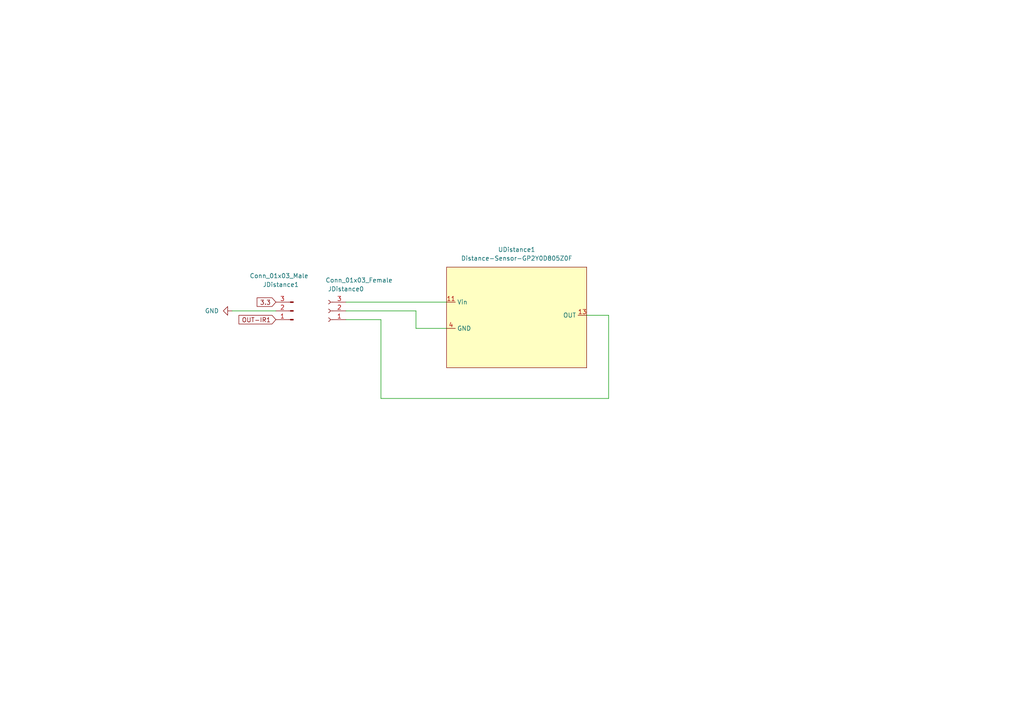
<source format=kicad_sch>
(kicad_sch (version 20211123) (generator eeschema)
  (paper "A4")
  (lib_symbols
    (symbol "Connector:Conn_01x03_Female" (pin_names (offset 1.016) hide)
      (property "Reference" "J" (at 0 5.08 0))
      (property "Value" "Conn_01x03_Female" (at 0 -5.08 0))
      (symbol "Conn_01x03_Female_1_1"
        (arc (start 0 -2.032) (mid -0.508 -2.54) (end 0 -3.048) (stroke (width 0.1524)))
        (polyline (pts (xy -1.27 -2.54) (xy -0.508 -2.54)) (stroke (width 0.1524)))
        (polyline (pts (xy -1.27 0) (xy -0.508 0)) (stroke (width 0.1524)))
        (polyline (pts (xy -1.27 2.54) (xy -0.508 2.54)) (stroke (width 0.1524)))
        (arc (start 0 0.508) (mid -0.508 0) (end 0 -0.508) (stroke (width 0.1524)))
        (arc (start 0 3.048) (mid -0.508 2.54) (end 0 2.032) (stroke (width 0.1524)))
        (pin passive line (at -5.08 2.54 0) (length 3.81) (name "Pin_1") (number "1"))
        (pin passive line (at -5.08 0 0) (length 3.81) (name "Pin_2") (number "2"))
        (pin passive line (at -5.08 -2.54 0) (length 3.81) (name "Pin_3") (number "3"))
      )
    )
    (symbol "Connector:Conn_01x03_Male" (pin_names (offset 1.016) hide)
      (property "Reference" "J" (at 0 5.08 0))
      (property "Value" "Conn_01x03_Male" (at 0 -5.08 0))
      (symbol "Conn_01x03_Male_1_1"
        (polyline (pts (xy 1.27 -2.54) (xy 0.8636 -2.54)) (stroke (width 0.1524)))
        (polyline (pts (xy 1.27 0) (xy 0.8636 0)) (stroke (width 0.1524)))
        (polyline (pts (xy 1.27 2.54) (xy 0.8636 2.54)) (stroke (width 0.1524)))
        (rectangle (start 0.8636 -2.413) (end 0 -2.667) (stroke (width 0.1524)) (fill (type outline)))
        (rectangle (start 0.8636 0.127) (end 0 -0.127) (stroke (width 0.1524)) (fill (type outline)))
        (rectangle (start 0.8636 2.667) (end 0 2.413) (stroke (width 0.1524)) (fill (type outline)))
        (pin passive line (at 5.08 2.54 180) (length 3.81) (name "Pin_1") (number "1"))
        (pin passive line (at 5.08 0 180) (length 3.81) (name "Pin_2") (number "2"))
        (pin passive line (at 5.08 -2.54 180) (length 3.81) (name "Pin_3") (number "3"))
      )
    )
    (symbol "Sensors_Beerator:Distance-Sensor-GP2Y0D805Z0F"
      (property "Reference" "U" (at 0 0 0))
      (property "Value" "Distance-Sensor-GP2Y0D805Z0F" (at 0 0 0))
      (symbol "Distance-Sensor-GP2Y0D805Z0F_0_1"
        (rectangle (start -20.32 -2.54) (end 20.32 -31.75) (fill (type background)))
      )
      (symbol "Distance-Sensor-GP2Y0D805Z0F_1_1"
        (pin power_in line (at -20.32 -12.7 0) (length 2.54) (name "Vin") (number "11"))
        (pin output line (at 20.32 -16.51 180) (length 2.54) (name "OUT") (number "13"))
        (pin power_out line (at -20.32 -20.32 0) (length 2.54) (name "GND") (number "4"))
      )
    )
    (symbol "power:GND" (power) (pin_names (offset 0))
      (property "Value" "GND" (at 0 -3.81 0))
      (symbol "GND_0_1"
        (polyline (pts (xy 0 0) (xy 0 -1.27) (xy 1.27 -1.27) (xy 0 -2.54) (xy -1.27 -1.27) (xy 0 -1.27)))
      )
      (symbol "GND_1_1"
        (pin power_in line (at 0 0 270) (length 0) hide (name "GND") (number "1"))
      )
    )
  )
  (wire (pts (xy 110.49 92.71) (xy 110.49 115.57)))
  (wire (pts (xy 100.33 87.63) (xy 129.54 87.63)))
  (wire (pts (xy 129.54 95.25) (xy 120.65 95.25)))
  (wire (pts (xy 110.49 115.57) (xy 176.53 115.57)))
  (wire (pts (xy 100.33 92.71) (xy 110.49 92.71)))
  (wire (pts (xy 120.65 90.17) (xy 100.33 90.17)))
  (wire (pts (xy 80.01 90.17) (xy 67.31 90.17)))
  (wire (pts (xy 176.53 115.57) (xy 176.53 91.44)))
  (wire (pts (xy 176.53 91.44) (xy 170.18 91.44)))
  (wire (pts (xy 120.65 95.25) (xy 120.65 90.17)))
  (global_label "3.3" (shape input) (at 80.01 87.63 180) (property "Intersheet References" "${INTERSHEET_REFS}" (effects hide)))
  (global_label "OUT-IR1" (shape input) (at 80.01 92.71 180) (property "Intersheet References" "${INTERSHEET_REFS}" (effects hide)))
  (symbol (lib_id "Sensors_Beerator:Distance-Sensor-GP2Y0D805Z0F") (at 149.86 74.93 0) (unit 1)
    (property "Reference" "UDistance1" (at 149.86 72.39 0))
    (property "Value" "Distance-Sensor-GP2Y0D805Z0F" (at 149.86 74.93 0))
  )
  (symbol (lib_id "Connector:Conn_01x03_Male") (at 85.09 90.17 180) (unit 1)
    (property "Reference" "JDistance1" (at 76.2 82.55 0) (effects (justify right)))
    (property "Value" "Conn_01x03_Male" (at 72.39 80.01 0) (effects (justify right)))
  )
  (symbol (lib_id "Connector:Conn_01x03_Female") (at 95.25 90.17 180) (unit 1)
    (property "Reference" "JDistance0" (at 100.33 83.82 0))
    (property "Value" "Conn_01x03_Female" (at 104.14 81.28 0))
    (property "Footprint" "Connector_JST:JST_XH_B2B-XH-AM_1x03_P2.50mm_Vertical" (effects hide))
  )
  (symbol (lib_id "power:GND") (at 67.31 90.17 270) (unit 1)
    (property "Reference" "#PWR0110" (effects hide))
    (property "Value" "GND" (at 63.5 90.1699 90) (effects (justify right)))
  )
)
</source>
